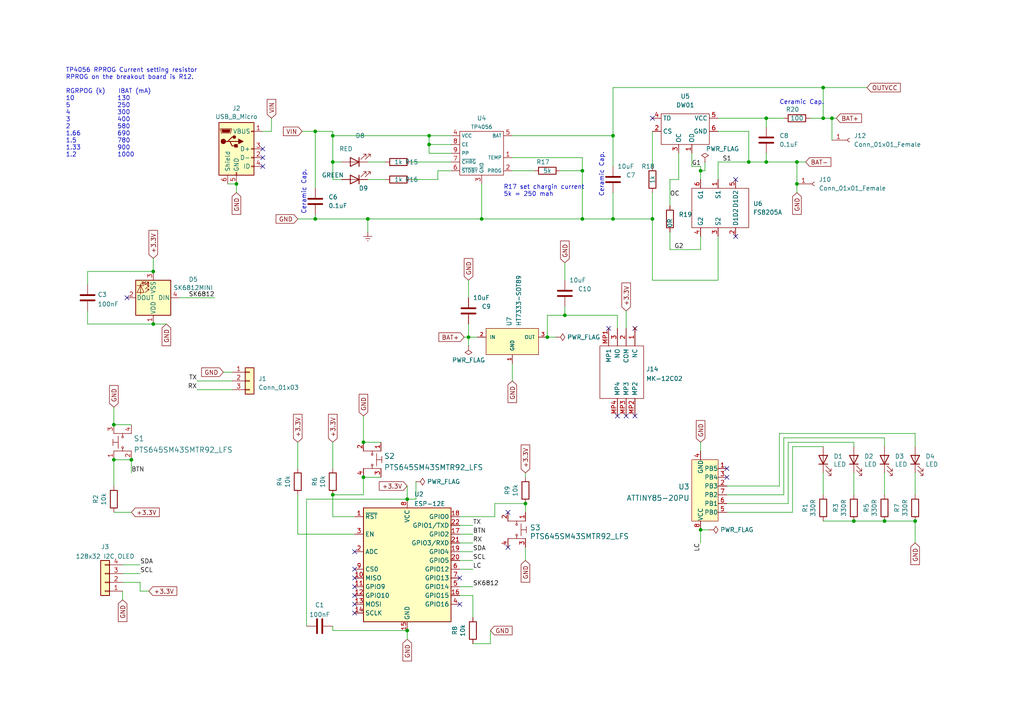
<source format=kicad_sch>
(kicad_sch (version 20230121) (generator eeschema)
  (paper "A4")
  (title_block (title "TopiBadge") (date "2024-07-21") (rev "v3") (comment 1 "Numerous circuitry fixes") (comment 2 "creativecommons.org/licenses/by/4.0") (comment 3 "License: CC BY 4.0") (comment 4 "Author: Robert Postma"))
  (lib_symbols
    (symbol "Connector:Conn_01x01_Female" (pin_names (offset 1.016) hide)
      (property "Reference" "J" (at 0 2.54 0))
      (property "Value" "Conn_01x01_Female" (at 0 -2.54 0))
      (symbol "Conn_01x01_Female_1_1"
        (polyline (pts (xy -1.27 0) (xy -0.508 0)) (stroke (width 0.1524)))
        (arc (start 0 0.508) (mid -0.5058 0) (end 0 -0.508) (stroke (width 0.1524)))
        (pin passive line (at -5.08 0 0) (length 3.81) (name "Pin_1") (number "1"))
      )
    )
    (symbol "Connector_Generic:Conn_01x03" (pin_names (offset 1.016) hide)
      (property "Reference" "J" (at 0 5.08 0))
      (property "Value" "Conn_01x03" (at 0 -5.08 0))
      (symbol "Conn_01x03_1_1"
        (rectangle (start -1.27 -2.413) (end 0 -2.667) (stroke (width 0.1524)))
        (rectangle (start -1.27 0.127) (end 0 -0.127) (stroke (width 0.1524)))
        (rectangle (start -1.27 2.667) (end 0 2.413) (stroke (width 0.1524)))
        (rectangle (start -1.27 3.81) (end 1.27 -3.81) (stroke (width 0.254)) (fill (type background)))
        (pin passive line (at -5.08 2.54 0) (length 3.81) (name "Pin_1") (number "1"))
        (pin passive line (at -5.08 0 0) (length 3.81) (name "Pin_2") (number "2"))
        (pin passive line (at -5.08 -2.54 0) (length 3.81) (name "Pin_3") (number "3"))
      )
    )
    (symbol "Connector_Generic:Conn_01x04" (pin_names (offset 1.016) hide)
      (property "Reference" "J" (at 0 5.08 0))
      (property "Value" "Conn_01x04" (at 0 -7.62 0))
      (symbol "Conn_01x04_1_1"
        (rectangle (start -1.27 -4.953) (end 0 -5.207) (stroke (width 0.1524)))
        (rectangle (start -1.27 -2.413) (end 0 -2.667) (stroke (width 0.1524)))
        (rectangle (start -1.27 0.127) (end 0 -0.127) (stroke (width 0.1524)))
        (rectangle (start -1.27 2.667) (end 0 2.413) (stroke (width 0.1524)))
        (rectangle (start -1.27 3.81) (end 1.27 -6.35) (stroke (width 0.254)) (fill (type background)))
        (pin passive line (at -5.08 2.54 0) (length 3.81) (name "Pin_1") (number "1"))
        (pin passive line (at -5.08 0 0) (length 3.81) (name "Pin_2") (number "2"))
        (pin passive line (at -5.08 -2.54 0) (length 3.81) (name "Pin_3") (number "3"))
        (pin passive line (at -5.08 -5.08 0) (length 3.81) (name "Pin_4") (number "4"))
      )
    )
    (symbol "Device:C" (pin_numbers hide) (pin_names (offset 0.254))
      (property "Reference" "C" (at 0.635 2.54 0))
      (property "Value" "C" (at 0.635 -2.54 0))
      (symbol "C_0_1"
        (polyline (pts (xy -2.032 -0.762) (xy 2.032 -0.762)) (stroke (width 0.508)))
        (polyline (pts (xy -2.032 0.762) (xy 2.032 0.762)) (stroke (width 0.508)))
      )
      (symbol "C_1_1"
        (pin passive line (at 0 3.81 270) (length 2.794) (name "~") (number "1"))
        (pin passive line (at 0 -3.81 90) (length 2.794) (name "~") (number "2"))
      )
    )
    (symbol "Device:LED" (pin_numbers hide) (pin_names (offset 1.016) hide)
      (property "Reference" "D" (at 0 2.54 0))
      (property "Value" "LED" (at 0 -2.54 0))
      (symbol "LED_0_1"
        (polyline (pts (xy -1.27 -1.27) (xy -1.27 1.27)) (stroke (width 0.254)))
        (polyline (pts (xy -1.27 0) (xy 1.27 0)))
        (polyline (pts (xy 1.27 -1.27) (xy 1.27 1.27) (xy -1.27 0) (xy 1.27 -1.27)) (stroke (width 0.254)))
        (polyline (pts (xy -3.048 -0.762) (xy -4.572 -2.286) (xy -3.81 -2.286) (xy -4.572 -2.286) (xy -4.572 -1.524)))
        (polyline (pts (xy -1.778 -0.762) (xy -3.302 -2.286) (xy -2.54 -2.286) (xy -3.302 -2.286) (xy -3.302 -1.524)))
      )
      (symbol "LED_1_1"
        (pin passive line (at -3.81 0 0) (length 2.54) (name "K") (number "1"))
        (pin passive line (at 3.81 0 180) (length 2.54) (name "A") (number "2"))
      )
    )
    (symbol "Device:R" (pin_numbers hide) (pin_names (offset 0))
      (property "Reference" "R" (at 2.032 0 90))
      (property "Value" "R" (at 0 0 90))
      (symbol "R_0_1"
        (rectangle (start -1.016 -2.54) (end 1.016 2.54) (stroke (width 0.254)))
      )
      (symbol "R_1_1"
        (pin passive line (at 0 3.81 270) (length 1.27) (name "~") (number "1"))
        (pin passive line (at 0 -3.81 90) (length 1.27) (name "~") (number "2"))
      )
    )
    (symbol "MK-12C02:MK-12C02" (pin_names (offset 0.762))
      (property "Reference" "J" (at 21.59 7.62 0))
      (property "Value" "MK-12C02" (at 21.59 5.08 0))
      (symbol "MK-12C02_0_0"
        (pin no_connect line (at 0 0 0) (length 5.08) (name "NC") (number "1"))
        (pin passive line (at 0 -2.54 0) (length 5.08) (name "COM") (number "2"))
        (pin passive line (at 0 -5.08 0) (length 5.08) (name "NO") (number "3"))
        (pin passive line (at 0 -7.62 0) (length 5.08) (name "MP1") (number "MP1"))
        (pin passive line (at 25.4 0 180) (length 5.08) (name "MP2") (number "MP2"))
        (pin passive line (at 25.4 -2.54 180) (length 5.08) (name "MP3") (number "MP3"))
        (pin passive line (at 25.4 -5.08 180) (length 5.08) (name "MP4") (number "MP4"))
      )
      (symbol "MK-12C02_0_1"
        (polyline (pts (xy 5.08 2.54) (xy 20.32 2.54) (xy 20.32 -10.16) (xy 5.08 -10.16) (xy 5.08 2.54)) (stroke (width 0.1524)))
      )
    )
    (symbol "PWR_FLAG_1" (power) (pin_numbers hide) (pin_names (offset 0) hide)
      (property "Value" "PWR_FLAG_1" (at 0 3.81 0))
      (symbol "PWR_FLAG_1_0_0"
        (pin power_out line (at 0 0 90) (length 0) (name "pwr") (number "1"))
      )
      (symbol "PWR_FLAG_1_0_1"
        (polyline (pts (xy 0 0) (xy 0 1.27) (xy -1.016 1.905) (xy 0 2.54) (xy 1.016 1.905) (xy 0 1.27)))
      )
    )
    (symbol "RF_Module:ESP-12E"
      (property "Reference" "U" (at -12.7 19.05 0))
      (property "Value" "ESP-12E" (at 12.7 19.05 0))
      (symbol "ESP-12E_0_1"
        (rectangle (start -12.7 17.78) (end 12.7 -15.24) (stroke (width 0.254)) (fill (type background)))
      )
      (symbol "ESP-12E_1_1"
        (pin input line (at -15.24 15.24 0) (length 2.54) (name "~{RST}") (number "1"))
        (pin bidirectional line (at -15.24 -2.54 0) (length 2.54) (name "MISO") (number "10"))
        (pin bidirectional line (at -15.24 -5.08 0) (length 2.54) (name "GPIO9") (number "11"))
        (pin bidirectional line (at -15.24 -7.62 0) (length 2.54) (name "GPIO10") (number "12"))
        (pin bidirectional line (at -15.24 -10.16 0) (length 2.54) (name "MOSI") (number "13"))
        (pin bidirectional line (at -15.24 -12.7 0) (length 2.54) (name "SCLK") (number "14"))
        (pin power_in line (at 0 -17.78 90) (length 2.54) (name "GND") (number "15"))
        (pin bidirectional line (at 15.24 -7.62 180) (length 2.54) (name "GPIO15") (number "16"))
        (pin bidirectional line (at 15.24 10.16 180) (length 2.54) (name "GPIO2") (number "17"))
        (pin bidirectional line (at 15.24 15.24 180) (length 2.54) (name "GPIO0") (number "18"))
        (pin bidirectional line (at 15.24 5.08 180) (length 2.54) (name "GPIO4") (number "19"))
        (pin input line (at -15.24 5.08 0) (length 2.54) (name "ADC") (number "2"))
        (pin bidirectional line (at 15.24 2.54 180) (length 2.54) (name "GPIO5") (number "20"))
        (pin bidirectional line (at 15.24 7.62 180) (length 2.54) (name "GPIO3/RXD") (number "21"))
        (pin bidirectional line (at 15.24 12.7 180) (length 2.54) (name "GPIO1/TXD") (number "22"))
        (pin input line (at -15.24 10.16 0) (length 2.54) (name "EN") (number "3"))
        (pin bidirectional line (at 15.24 -10.16 180) (length 2.54) (name "GPIO16") (number "4"))
        (pin bidirectional line (at 15.24 -5.08 180) (length 2.54) (name "GPIO14") (number "5"))
        (pin bidirectional line (at 15.24 0 180) (length 2.54) (name "GPIO12") (number "6"))
        (pin bidirectional line (at 15.24 -2.54 180) (length 2.54) (name "GPIO13") (number "7"))
        (pin power_in line (at 0 20.32 270) (length 2.54) (name "VCC") (number "8"))
        (pin input line (at -15.24 0 0) (length 2.54) (name "CS0") (number "9"))
      )
    )
    (symbol "dk_Embedded-Microcontrollers:ATTINY85-20PU" (pin_names (offset 0.0254))
      (property "Reference" "U" (at -2.8448 8.636 0))
      (property "Value" "ATTINY85-20PU" (at 3.048 -11.43 0))
      (symbol "ATTINY85-20PU_0_1"
        (rectangle (start -2.54 7.62) (end 5.08 -10.16) (fill (type background)))
      )
      (symbol "ATTINY85-20PU_1_1"
        (pin bidirectional line (at -5.08 -7.62 0) (length 2.54) (name "PB5") (number "1"))
        (pin bidirectional line (at -5.08 -2.54 0) (length 2.54) (name "PB3") (number "2"))
        (pin bidirectional line (at -5.08 -5.08 0) (length 2.54) (name "PB4") (number "3"))
        (pin power_in line (at 2.54 -12.7 90) (length 2.54) (name "GND") (number "4"))
        (pin bidirectional line (at -5.08 5.08 0) (length 2.54) (name "PB0") (number "5"))
        (pin bidirectional line (at -5.08 2.54 0) (length 2.54) (name "PB1") (number "6"))
        (pin bidirectional line (at -5.08 0 0) (length 2.54) (name "PB2") (number "7"))
        (pin power_in line (at 2.54 10.16 270) (length 2.54) (name "VCC") (number "8"))
      )
    )
    (symbol "dk_Tactile-Switches:PTS645SM43SMTR92_LFS" (pin_names (offset 1.016))
      (property "Reference" "S" (at 0 5.08 0))
      (property "Value" "PTS645SM43SMTR92_LFS" (at 0 -5.334 0))
      (symbol "PTS645SM43SMTR92_LFS_0_1"
        (circle (center -1.524 0) (radius 0.254))
        (polyline (pts (xy -2.54 2.54) (xy -2.54 -2.54)))
        (polyline (pts (xy -1.778 0) (xy -2.54 0)))
        (polyline (pts (xy -1.778 1.27) (xy 1.778 1.27)))
        (polyline (pts (xy 2.54 -2.54) (xy 2.54 2.54)))
        (polyline (pts (xy 2.54 0) (xy 1.778 0)))
        (circle (center 1.524 0) (radius 0.254))
      )
      (symbol "PTS645SM43SMTR92_LFS_1_1"
        (polyline (pts (xy -1.016 2.794) (xy 0.889 2.794)))
        (polyline (pts (xy 0 2.794) (xy 0 1.27)))
        (pin passive line (at -5.08 2.54 0) (length 2.54) (name "~") (number "1"))
        (pin passive line (at -5.08 -2.54 0) (length 2.54) (name "~") (number "2"))
        (pin passive line (at 5.08 2.54 180) (length 2.54) (name "~") (number "3"))
        (pin passive line (at 5.08 -2.54 180) (length 2.54) (name "~") (number "4"))
      )
    )
    (symbol "dw01:DW01"
      (property "Reference" "U" (at 1.27 10.16 0))
      (property "Value" "DW01" (at 11.43 10.16 0))
      (symbol "DW01_0_1"
        (rectangle (start 0 8.89) (end 13.97 0))
      )
      (symbol "DW01_1_1"
        (pin input line (at 8.89 -2.54 90) (length 2.54) (name "OD") (number "1"))
        (pin input line (at -2.54 3.81 0) (length 2.54) (name "CS") (number "2"))
        (pin input line (at 5.08 -2.54 90) (length 2.54) (name "OC") (number "3"))
        (pin input line (at -2.54 7.62 0) (length 2.54) (name "TD") (number "4"))
        (pin input line (at 16.51 7.62 180) (length 2.54) (name "VCC") (number "5"))
        (pin input line (at 16.51 3.81 180) (length 2.54) (name "GND") (number "6"))
      )
    )
    (symbol "eec:HT7333-SOT89" (pin_names (offset 1.016))
      (property "Reference" "U" (at 0 5.08 0))
      (property "Value" "HT7333-SOT89" (at 0 7.62 0))
      (symbol "HT7333-SOT89_1_1"
        (rectangle (start 2.54 2.54) (end 17.78 -5.08) (fill (type background)))
        (pin power_in line (at 10.16 -7.62 90) (length 2.54) (name "GND") (number "1"))
        (pin power_in line (at 0 0 0) (length 2.54) (name "IN") (number "2"))
        (pin power_in line (at 20.32 0 180) (length 2.54) (name "OUT") (number "3"))
      )
    )
    (symbol "fs8205:FS8205A"
      (property "Reference" "U" (at 1.27 5.08 0))
      (property "Value" "FS8205A" (at -1.27 8.89 90))
      (symbol "FS8205A_0_1"
        (rectangle (start 0 11.43) (end 16.51 0))
      )
      (symbol "FS8205A_1_1"
        (pin input line (at 7.62 13.97 270) (length 2.54) (name "S1") (number "1"))
        (pin input line (at 12.7 -2.54 90) (length 2.54) (name "D1D2") (number "2"))
        (pin input line (at 7.62 -2.54 90) (length 2.54) (name "S2") (number "3"))
        (pin input line (at 2.54 -2.54 90) (length 2.54) (name "G2") (number "4"))
        (pin input line (at 12.7 13.97 270) (length 2.54) (name "D1D2") (number "5"))
        (pin input line (at 2.54 13.97 270) (length 2.54) (name "G1") (number "6"))
      )
    )
    (symbol "power:Earth" (power) (pin_names (offset 0))
      (symbol "Earth_0_1"
        (polyline (pts (xy -0.635 -1.905) (xy 0.635 -1.905)))
        (polyline (pts (xy -0.127 -2.54) (xy 0.127 -2.54)))
        (polyline (pts (xy 0 -1.27) (xy 0 0)))
        (polyline (pts (xy 1.27 -1.27) (xy -1.27 -1.27)))
      )
      (symbol "Earth_1_1"
        (pin power_in line (at 0 0 270) (length 0) hide (name "Earth") (number "1"))
      )
    )
    (symbol "power:PWR_FLAG" (power) (pin_numbers hide) (pin_names (offset 0) hide)
      (property "Value" "PWR_FLAG" (at 0 3.81 0))
      (symbol "PWR_FLAG_0_0"
        (pin power_out line (at 0 0 90) (length 0) (name "pwr") (number "1"))
      )
      (symbol "PWR_FLAG_0_1"
        (polyline (pts (xy 0 0) (xy 0 1.27) (xy -1.016 1.905) (xy 0 2.54) (xy 1.016 1.905) (xy 0 1.27)))
      )
    )
    (symbol "sk6812mini-e:SK6812MINI-E" (pin_names (offset 0.254))
      (property "Reference" "D" (at 5.08 5.715 0))
      (property "Value" "SK6812MINI" (at 1.27 -5.715 0))
      (symbol "SK6812MINI-E_0_0"
        (text "RGB" (at 2.286 -4.191 0) (effects (font (size 0.762 0.762))))
      )
      (symbol "SK6812MINI-E_0_1"
        (polyline (pts (xy 1.27 -3.556) (xy 1.778 -3.556)))
        (polyline (pts (xy 1.27 -2.54) (xy 1.778 -2.54)))
        (polyline (pts (xy 4.699 -3.556) (xy 2.667 -3.556)))
        (polyline (pts (xy 2.286 -2.54) (xy 1.27 -3.556) (xy 1.27 -3.048)))
        (polyline (pts (xy 2.286 -1.524) (xy 1.27 -2.54) (xy 1.27 -2.032)))
        (polyline (pts (xy 3.683 -1.016) (xy 3.683 -3.556) (xy 3.683 -4.064)))
        (polyline (pts (xy 4.699 -1.524) (xy 2.667 -1.524) (xy 3.683 -3.556) (xy 4.699 -1.524)))
        (rectangle (start 5.08 5.08) (end -5.08 -5.08) (stroke (width 0.254)) (fill (type background)))
      )
      (symbol "SK6812MINI-E_1_1"
        (pin power_in line (at 0 7.62 270) (length 2.54) (name "VDD") (number "1"))
        (pin output line (at 7.62 0 180) (length 2.54) (name "DOUT") (number "2"))
        (pin power_in line (at 0 -7.62 90) (length 2.54) (name "VSS") (number "3"))
        (pin input line (at -7.62 0 0) (length 2.54) (name "DIN") (number "4"))
      )
    )
    (symbol "tp4056:TP4056"
      (property "Reference" "U" (at 1.27 13.97 0))
      (property "Value" "TP4056" (at 8.89 13.97 0))
      (symbol "TP4056_0_1"
        (rectangle (start 0 12.7) (end 12.7 0))
      )
      (symbol "TP4056_1_1"
        (pin input line (at 15.24 5.08 180) (length 2.54) (name "TEMP") (number "1"))
        (pin input line (at 15.24 1.27 180) (length 2.54) (name "PROG") (number "2"))
        (pin input line (at 6.35 -2.54 90) (length 2.54) (name "GND") (number "3"))
        (pin input line (at -2.54 11.43 0) (length 2.54) (name "VCC") (number "4"))
        (pin input line (at 15.24 11.43 180) (length 2.54) (name "BAT") (number "5"))
        (pin input line (at -2.54 1.27 0) (length 2.54) (name "~{STDBY}") (number "6"))
        (pin input line (at -2.54 3.81 0) (length 2.54) (name "~{CHRG}") (number "7"))
        (pin input line (at -2.54 8.89 0) (length 2.54) (name "CE") (number "8"))
        (pin input line (at -2.54 6.35 0) (length 2.54) (name "PP") (number "9"))
      )
    )
    (symbol "usb_b_micro_SH:USB_B_Micro_SH" (pin_names (offset 1.016))
      (property "Reference" "J" (at -5.08 11.43 0))
      (property "Value" "USB_B_Micro" (at -5.08 8.89 0))
      (symbol "USB_B_Micro_SH_0_1"
        (rectangle (start -5.08 -7.62) (end 5.08 7.62) (stroke (width 0.254)) (fill (type background)))
        (circle (center -3.81 2.159) (radius 0.635) (stroke (width 0.254)) (fill (type outline)))
        (circle (center -0.635 3.429) (radius 0.381) (stroke (width 0.254)) (fill (type outline)))
        (rectangle (start -0.127 -7.62) (end 0.127 -6.858))
        (polyline (pts (xy -1.905 2.159) (xy 0.635 2.159)) (stroke (width 0.254)))
        (polyline (pts (xy -3.175 2.159) (xy -2.54 2.159) (xy -1.27 3.429) (xy -0.635 3.429)) (stroke (width 0.254)))
        (polyline (pts (xy -2.54 2.159) (xy -1.905 2.159) (xy -1.27 0.889) (xy 0 0.889)) (stroke (width 0.254)))
        (polyline (pts (xy 0.635 2.794) (xy 0.635 1.524) (xy 1.905 2.159) (xy 0.635 2.794)) (stroke (width 0.254)) (fill (type outline)))
        (polyline (pts (xy -4.318 5.588) (xy -1.778 5.588) (xy -2.032 4.826) (xy -4.064 4.826) (xy -4.318 5.588)) (fill (type outline)))
        (polyline (pts (xy -4.699 5.842) (xy -4.699 5.588) (xy -4.445 4.826) (xy -4.445 4.572) (xy -1.651 4.572) (xy -1.651 4.826) (xy -1.397 5.588) (xy -1.397 5.842) (xy -4.699 5.842)))
        (rectangle (start 0.254 1.27) (end -0.508 0.508) (stroke (width 0.254)) (fill (type outline)))
        (rectangle (start 5.08 -5.207) (end 4.318 -4.953))
        (rectangle (start 5.08 -2.667) (end 4.318 -2.413))
        (rectangle (start 5.08 -0.127) (end 4.318 0.127))
        (rectangle (start 5.08 4.953) (end 4.318 5.207))
      )
      (symbol "USB_B_Micro_SH_1_1"
        (pin power_out line (at 7.62 5.08 180) (length 2.54) (name "VBUS") (number "1"))
        (pin bidirectional line (at 7.62 -2.54 180) (length 2.54) (name "D-") (number "2"))
        (pin bidirectional line (at 7.62 0 180) (length 2.54) (name "D+") (number "3"))
        (pin passive line (at 7.62 -5.08 180) (length 2.54) (name "ID") (number "4"))
        (pin power_out line (at 0 -10.16 90) (length 2.54) (name "GND") (number "5"))
        (pin passive line (at -2.54 -10.16 90) (length 2.54) (name "Shield") (number "6"))
      )
    )
  )
  (junction (at 135.89 97.79))
  (junction (at 265.43 151.13))
  (junction (at 203.2 49.53))
  (junction (at 222.25 46.99))
  (junction (at 238.76 34.29))
  (junction (at 163.83 91.44))
  (junction (at 158.75 97.79))
  (junction (at 124.46 39.37))
  (junction (at 139.7 63.5))
  (junction (at 44.45 93.98))
  (junction (at 106.68 63.5))
  (junction (at 189.23 63.5))
  (junction (at 118.11 182.88))
  (junction (at 238.76 25.4))
  (junction (at 231.14 53.34))
  (junction (at 105.41 138.43))
  (junction (at 68.58 53.34))
  (junction (at 44.45 78.74))
  (junction (at 177.8 39.37))
  (junction (at 124.46 41.91))
  (junction (at 152.4 146.05))
  (junction (at 231.14 46.99))
  (junction (at 203.2 153.67))
  (junction (at 177.8 63.5))
  (junction (at 168.91 63.5))
  (junction (at 256.54 151.13))
  (junction (at 118.11 144.78))
  (junction (at 96.52 143.51))
  (junction (at 38.1 133.35))
  (junction (at 222.25 34.29))
  (junction (at 33.02 133.35))
  (junction (at 217.17 46.99))
  (junction (at 96.52 39.37))
  (junction (at 105.41 128.27))
  (junction (at 247.65 151.13))
  (junction (at 168.91 49.53))
  (junction (at 91.44 63.5))
  (junction (at 241.3 34.29))
  (junction (at 33.02 123.19))
  (junction (at 91.44 38.1))
  (junction (at 96.52 46.99))
  (no_connect (at 181.61 120.65))
  (no_connect (at 184.15 120.65))
  (no_connect (at 213.36 52.07))
  (no_connect (at 184.15 95.25))
  (no_connect (at 36.83 86.36))
  (no_connect (at 76.2 43.18))
  (no_connect (at 179.07 120.65))
  (no_connect (at 213.36 68.58))
  (no_connect (at 210.82 135.89))
  (no_connect (at 189.23 34.29))
  (no_connect (at 147.32 148.59))
  (no_connect (at 133.35 175.26))
  (no_connect (at 102.87 177.8))
  (no_connect (at 133.35 167.64))
  (no_connect (at 102.87 160.02))
  (no_connect (at 102.87 165.1))
  (no_connect (at 102.87 167.64))
  (no_connect (at 102.87 170.18))
  (no_connect (at 102.87 172.72))
  (no_connect (at 102.87 175.26))
  (no_connect (at 176.53 95.25))
  (no_connect (at 210.82 138.43))
  (no_connect (at 76.2 48.26))
  (no_connect (at 147.32 158.75))
  (no_connect (at 76.2 45.72))
  (wire (pts (xy 177.8 25.4) (xy 177.8 39.37)))
  (wire (pts (xy 96.52 39.37) (xy 124.46 39.37)))
  (wire (pts (xy 78.74 38.1) (xy 78.74 34.29)))
  (wire (pts (xy 86.36 128.27) (xy 86.36 135.89)))
  (wire (pts (xy 196.85 44.45) (xy 196.85 52.07)))
  (wire (pts (xy 102.87 154.94) (xy 86.36 154.94)))
  (wire (pts (xy 76.2 38.1) (xy 78.74 38.1)))
  (wire (pts (xy 203.2 128.27) (xy 203.2 130.81)))
  (wire (pts (xy 124.46 41.91) (xy 124.46 44.45)))
  (wire (pts (xy 135.89 97.79) (xy 138.43 97.79)))
  (wire (pts (xy 177.8 63.5) (xy 189.23 63.5)))
  (wire (pts (xy 217.17 38.1) (xy 217.17 46.99)))
  (wire (pts (xy 135.89 97.79) (xy 135.89 100.33)))
  (wire (pts (xy 208.28 34.29) (xy 222.25 34.29)))
  (wire (pts (xy 226.06 140.97) (xy 226.06 125.73)))
  (wire (pts (xy 86.36 63.5) (xy 91.44 63.5)))
  (wire (pts (xy 96.52 182.88) (xy 96.52 181.61)))
  (wire (pts (xy 177.8 55.88) (xy 177.8 63.5)))
  (wire (pts (xy 96.52 38.1) (xy 96.52 39.37)))
  (wire (pts (xy 35.56 163.83) (xy 40.64 163.83)))
  (wire (pts (xy 231.14 53.34) (xy 231.14 55.88)))
  (wire (pts (xy 105.41 138.43) (xy 110.49 138.43)))
  (wire (pts (xy 66.04 53.34) (xy 68.58 53.34)))
  (wire (pts (xy 133.35 149.86) (xy 143.51 149.86)))
  (wire (pts (xy 133.35 165.1) (xy 137.16 165.1)))
  (wire (pts (xy 210.82 146.05) (xy 228.6 146.05)))
  (wire (pts (xy 127 49.53) (xy 127 52.07)))
  (wire (pts (xy 99.06 52.07) (xy 96.52 52.07)))
  (wire (pts (xy 118.11 182.88) (xy 96.52 182.88)))
  (wire (pts (xy 194.31 67.31) (xy 194.31 72.39)))
  (wire (pts (xy 168.91 49.53) (xy 168.91 63.5)))
  (wire (pts (xy 228.6 128.27) (xy 247.65 128.27)))
  (wire (pts (xy 241.3 34.29) (xy 241.3 40.64)))
  (wire (pts (xy 217.17 46.99) (xy 222.25 46.99)))
  (wire (pts (xy 148.59 45.72) (xy 168.91 45.72)))
  (wire (pts (xy 91.44 38.1) (xy 91.44 54.61)))
  (wire (pts (xy 222.25 46.99) (xy 231.14 46.99)))
  (wire (pts (xy 25.4 78.74) (xy 44.45 78.74)))
  (wire (pts (xy 91.44 62.23) (xy 91.44 63.5)))
  (wire (pts (xy 106.68 46.99) (xy 111.76 46.99)))
  (wire (pts (xy 139.7 53.34) (xy 139.7 63.5)))
  (wire (pts (xy 163.83 76.2) (xy 163.83 81.28)))
  (wire (pts (xy 25.4 82.55) (xy 25.4 78.74)))
  (wire (pts (xy 106.68 63.5) (xy 139.7 63.5)))
  (wire (pts (xy 33.02 133.35) (xy 38.1 133.35)))
  (wire (pts (xy 189.23 55.88) (xy 189.23 63.5)))
  (wire (pts (xy 105.41 120.65) (xy 105.41 128.27)))
  (wire (pts (xy 238.76 137.16) (xy 238.76 143.51)))
  (wire (pts (xy 33.02 133.35) (xy 33.02 140.97)))
  (wire (pts (xy 229.87 148.59) (xy 229.87 129.54)))
  (wire (pts (xy 134.62 97.79) (xy 135.89 97.79)))
  (wire (pts (xy 133.35 157.48) (xy 137.16 157.48)))
  (wire (pts (xy 106.68 52.07) (xy 111.76 52.07)))
  (wire (pts (xy 33.02 118.11) (xy 33.02 123.19)))
  (wire (pts (xy 38.1 133.35) (xy 38.1 137.16)))
  (wire (pts (xy 130.81 49.53) (xy 127 49.53)))
  (wire (pts (xy 162.56 49.53) (xy 168.91 49.53)))
  (wire (pts (xy 238.76 25.4) (xy 251.46 25.4)))
  (wire (pts (xy 57.15 113.03) (xy 67.31 113.03)))
  (wire (pts (xy 96.52 143.51) (xy 105.41 143.51)))
  (wire (pts (xy 238.76 25.4) (xy 238.76 34.29)))
  (wire (pts (xy 68.58 53.34) (xy 68.58 55.88)))
  (wire (pts (xy 238.76 34.29) (xy 241.3 34.29)))
  (wire (pts (xy 137.16 172.72) (xy 133.35 172.72)))
  (wire (pts (xy 124.46 39.37) (xy 130.81 39.37)))
  (wire (pts (xy 91.44 38.1) (xy 96.52 38.1)))
  (wire (pts (xy 135.89 81.28) (xy 135.89 86.36)))
  (wire (pts (xy 247.65 137.16) (xy 247.65 143.51)))
  (wire (pts (xy 40.64 171.45) (xy 43.18 171.45)))
  (wire (pts (xy 96.52 143.51) (xy 96.52 149.86)))
  (wire (pts (xy 163.83 91.44) (xy 158.75 91.44)))
  (wire (pts (xy 25.4 90.17) (xy 25.4 93.98)))
  (wire (pts (xy 179.07 95.25) (xy 179.07 91.44)))
  (wire (pts (xy 177.8 39.37) (xy 177.8 48.26)))
  (wire (pts (xy 158.75 97.79) (xy 161.29 97.79)))
  (wire (pts (xy 139.7 63.5) (xy 168.91 63.5)))
  (wire (pts (xy 64.77 107.95) (xy 67.31 107.95)))
  (wire (pts (xy 227.33 143.51) (xy 227.33 127)))
  (wire (pts (xy 105.41 128.27) (xy 110.49 128.27)))
  (wire (pts (xy 203.2 153.67) (xy 203.2 157.48)))
  (wire (pts (xy 133.35 160.02) (xy 137.16 160.02)))
  (wire (pts (xy 142.24 182.88) (xy 142.24 186.69)))
  (wire (pts (xy 96.52 52.07) (xy 96.52 46.99)))
  (wire (pts (xy 256.54 143.51) (xy 256.54 137.16)))
  (wire (pts (xy 208.28 68.58) (xy 208.28 81.28)))
  (wire (pts (xy 203.2 72.39) (xy 203.2 68.58)))
  (wire (pts (xy 87.63 38.1) (xy 91.44 38.1)))
  (wire (pts (xy 96.52 128.27) (xy 96.52 135.89)))
  (wire (pts (xy 200.66 44.45) (xy 200.66 48.26)))
  (wire (pts (xy 33.02 148.59) (xy 38.1 148.59)))
  (wire (pts (xy 96.52 149.86) (xy 102.87 149.86)))
  (wire (pts (xy 105.41 143.51) (xy 105.41 138.43)))
  (wire (pts (xy 96.52 46.99) (xy 96.52 39.37)))
  (wire (pts (xy 265.43 151.13) (xy 265.43 157.48)))
  (wire (pts (xy 119.38 46.99) (xy 130.81 46.99)))
  (wire (pts (xy 163.83 88.9) (xy 163.83 91.44)))
  (wire (pts (xy 189.23 81.28) (xy 208.28 81.28)))
  (wire (pts (xy 204.47 46.99) (xy 204.47 49.53)))
  (wire (pts (xy 25.4 93.98) (xy 44.45 93.98)))
  (wire (pts (xy 127 52.07) (xy 119.38 52.07)))
  (wire (pts (xy 148.59 39.37) (xy 177.8 39.37)))
  (wire (pts (xy 265.43 125.73) (xy 265.43 129.54)))
  (wire (pts (xy 35.56 168.91) (xy 40.64 168.91)))
  (wire (pts (xy 148.59 49.53) (xy 154.94 49.53)))
  (wire (pts (xy 152.4 158.75) (xy 152.4 162.56)))
  (wire (pts (xy 208.28 52.07) (xy 208.28 46.99)))
  (wire (pts (xy 189.23 63.5) (xy 189.23 81.28)))
  (wire (pts (xy 135.89 93.98) (xy 135.89 97.79)))
  (wire (pts (xy 247.65 128.27) (xy 247.65 129.54)))
  (wire (pts (xy 228.6 146.05) (xy 228.6 128.27)))
  (wire (pts (xy 148.59 105.41) (xy 148.59 110.49)))
  (wire (pts (xy 204.47 49.53) (xy 203.2 49.53)))
  (wire (pts (xy 179.07 91.44) (xy 163.83 91.44)))
  (wire (pts (xy 137.16 172.72) (xy 137.16 179.07)))
  (wire (pts (xy 168.91 45.72) (xy 168.91 49.53)))
  (wire (pts (xy 33.02 123.19) (xy 38.1 123.19)))
  (wire (pts (xy 106.68 63.5) (xy 106.68 67.31)))
  (wire (pts (xy 91.44 63.5) (xy 106.68 63.5)))
  (wire (pts (xy 210.82 140.97) (xy 226.06 140.97)))
  (wire (pts (xy 241.3 34.29) (xy 242.57 34.29)))
  (wire (pts (xy 118.11 144.78) (xy 88.9 144.78)))
  (wire (pts (xy 124.46 39.37) (xy 124.46 41.91)))
  (wire (pts (xy 222.25 34.29) (xy 227.33 34.29)))
  (wire (pts (xy 130.81 44.45) (xy 124.46 44.45)))
  (wire (pts (xy 96.52 46.99) (xy 99.06 46.99)))
  (wire (pts (xy 143.51 146.05) (xy 152.4 146.05)))
  (wire (pts (xy 133.35 154.94) (xy 137.16 154.94)))
  (wire (pts (xy 203.2 49.53) (xy 203.2 52.07)))
  (wire (pts (xy 200.66 48.26) (xy 203.2 48.26)))
  (wire (pts (xy 143.51 149.86) (xy 143.51 146.05)))
  (wire (pts (xy 168.91 63.5) (xy 177.8 63.5)))
  (wire (pts (xy 234.95 34.29) (xy 238.76 34.29)))
  (wire (pts (xy 52.07 86.36) (xy 62.23 86.36)))
  (wire (pts (xy 238.76 151.13) (xy 247.65 151.13)))
  (wire (pts (xy 189.23 38.1) (xy 189.23 48.26)))
  (wire (pts (xy 152.4 137.16) (xy 152.4 138.43)))
  (wire (pts (xy 44.45 93.98) (xy 48.26 93.98)))
  (wire (pts (xy 120.65 139.7) (xy 120.65 144.78)))
  (wire (pts (xy 40.64 168.91) (xy 40.64 171.45)))
  (wire (pts (xy 231.14 46.99) (xy 233.68 46.99)))
  (wire (pts (xy 137.16 186.69) (xy 142.24 186.69)))
  (wire (pts (xy 194.31 72.39) (xy 203.2 72.39)))
  (wire (pts (xy 227.33 127) (xy 256.54 127)))
  (wire (pts (xy 208.28 46.99) (xy 217.17 46.99)))
  (wire (pts (xy 222.25 34.29) (xy 222.25 36.83)))
  (wire (pts (xy 124.46 41.91) (xy 130.81 41.91)))
  (wire (pts (xy 35.56 171.45) (xy 35.56 173.99)))
  (wire (pts (xy 44.45 74.93) (xy 44.45 78.74)))
  (wire (pts (xy 120.65 144.78) (xy 118.11 144.78)))
  (wire (pts (xy 265.43 143.51) (xy 265.43 137.16)))
  (wire (pts (xy 86.36 154.94) (xy 86.36 143.51)))
  (wire (pts (xy 210.82 148.59) (xy 229.87 148.59)))
  (wire (pts (xy 181.61 90.17) (xy 181.61 95.25)))
  (wire (pts (xy 118.11 140.97) (xy 118.11 144.78)))
  (wire (pts (xy 222.25 44.45) (xy 222.25 46.99)))
  (wire (pts (xy 256.54 151.13) (xy 265.43 151.13)))
  (wire (pts (xy 231.14 46.99) (xy 231.14 53.34)))
  (wire (pts (xy 196.85 52.07) (xy 194.31 52.07)))
  (wire (pts (xy 133.35 170.18) (xy 137.16 170.18)))
  (wire (pts (xy 133.35 152.4) (xy 137.16 152.4)))
  (wire (pts (xy 118.11 182.88) (xy 118.11 185.42)))
  (wire (pts (xy 177.8 25.4) (xy 238.76 25.4)))
  (wire (pts (xy 152.4 146.05) (xy 152.4 148.59)))
  (wire (pts (xy 133.35 162.56) (xy 137.16 162.56)))
  (wire (pts (xy 247.65 151.13) (xy 256.54 151.13)))
  (wire (pts (xy 210.82 143.51) (xy 227.33 143.51)))
  (wire (pts (xy 203.2 48.26) (xy 203.2 49.53)))
  (wire (pts (xy 158.75 91.44) (xy 158.75 97.79)))
  (wire (pts (xy 256.54 127) (xy 256.54 129.54)))
  (wire (pts (xy 194.31 52.07) (xy 194.31 59.69)))
  (wire (pts (xy 203.2 153.67) (xy 205.74 153.67)))
  (wire (pts (xy 88.9 144.78) (xy 88.9 181.61)))
  (wire (pts (xy 57.15 110.49) (xy 67.31 110.49)))
  (wire (pts (xy 208.28 38.1) (xy 217.17 38.1)))
  (wire (pts (xy 226.06 125.73) (xy 265.43 125.73)))
  (wire (pts (xy 35.56 166.37) (xy 40.64 166.37)))
  (wire (pts (xy 229.87 129.54) (xy 238.76 129.54)))
  (text "Ceramic Cap." (at 175.26 57.15 90) (effects (font (size 1.27 1.27)) (justify left bottom)))
  (text "TP4056 RPROG Current setting resistor\nRPROG on the breakout board is R12.\n\nRGRPOG (k)    IBAT (mA)\n10			130\n5			250\n4			300\n3			400\n2			580\n1.66		690\n1.5			780\n1.33		900\n1.2			1000\n" (at 19.05 45.72 0) (effects (font (size 1.27 1.27)) (justify left bottom)))
  (text "Ceramic Cap." (at 88.9 62.23 90) (effects (font (size 1.27 1.27)) (justify left bottom)))
  (text "R17 set chargin current\n5k = 250 mah" (at 146.05 57.15 0) (effects (font (size 1.27 1.27)) (justify left bottom)))
  (text "Ceramic Cap." (at 226.06 30.48 0) (effects (font (size 1.27 1.27)) (justify left bottom)))
  (label "OC" (at 194.31 57.15 0))
  (label "SDA" (at 40.64 163.83 0))
  (label "RX" (at 137.16 157.48 0))
  (label "BTN" (at 137.16 154.94 0))
  (label "SK6812" (at 62.23 86.36 180))
  (label "BTN" (at 38.1 137.16 0))
  (label "SCL" (at 137.16 162.56 0))
  (label "SCL" (at 40.64 166.37 0))
  (label "LC" (at 137.16 165.1 0))
  (label "S1" (at 209.55 46.99 0))
  (label "TX" (at 57.15 110.49 180))
  (label "SDA" (at 137.16 160.02 0))
  (label "G2" (at 195.58 72.39 0))
  (label "TX" (at 137.16 152.4 0))
  (label "RX" (at 57.15 113.03 180))
  (label "LC" (at 203.2 157.48 270))
  (label "G1" (at 200.66 48.26 0))
  (label "SK6812" (at 137.16 170.18 0))
  (global_label "GND" (shape input) (at 35.56 173.99 270) (property "Intersheetrefs" "${INTERSHEET_REFS}" (effects hide)))
  (global_label "+3.3V" (shape input) (at 38.1 148.59 0) (property "Intersheetrefs" "${INTERSHEET_REFS}" (effects hide)))
  (global_label "OUTVCC" (shape input) (at 251.46 25.4 0) (property "Intersheetrefs" "${INTERSHEET_REFS}" (effects hide)))
  (global_label "GND" (shape input) (at 68.58 55.88 270) (property "Intersheetrefs" "${INTERSHEET_REFS}" (effects hide)))
  (global_label "GND" (shape input) (at 142.24 182.88 0) (property "Intersheetrefs" "${INTERSHEET_REFS}" (effects hide)))
  (global_label "+3.3V" (shape input) (at 43.18 171.45 0) (property "Intersheetrefs" "${INTERSHEET_REFS}" (effects hide)))
  (global_label "GND" (shape input) (at 86.36 63.5 180) (property "Intersheetrefs" "${INTERSHEET_REFS}" (effects hide)))
  (global_label "GND" (shape input) (at 231.14 55.88 270) (property "Intersheetrefs" "${INTERSHEET_REFS}" (effects hide)))
  (global_label "+3.3V" (shape input) (at 86.36 128.27 90) (property "Intersheetrefs" "${INTERSHEET_REFS}" (effects hide)))
  (global_label "GND" (shape input) (at 118.11 185.42 270) (property "Intersheetrefs" "${INTERSHEET_REFS}" (effects hide)))
  (global_label "+3.3V" (shape input) (at 44.45 74.93 90) (property "Intersheetrefs" "${INTERSHEET_REFS}" (effects hide)))
  (global_label "GND" (shape input) (at 33.02 118.11 90) (property "Intersheetrefs" "${INTERSHEET_REFS}" (effects hide)))
  (global_label "GND" (shape input) (at 148.59 110.49 270) (property "Intersheetrefs" "${INTERSHEET_REFS}" (effects hide)))
  (global_label "BAT+" (shape input) (at 134.62 97.79 180) (property "Intersheetrefs" "${INTERSHEET_REFS}" (effects hide)))
  (global_label "GND" (shape input) (at 265.43 157.48 270) (property "Intersheetrefs" "${INTERSHEET_REFS}" (effects hide)))
  (global_label "+3.3V" (shape input) (at 152.4 137.16 90) (property "Intersheetrefs" "${INTERSHEET_REFS}" (effects hide)))
  (global_label "VIN" (shape input) (at 87.63 38.1 180) (property "Intersheetrefs" "${INTERSHEET_REFS}" (effects hide)))
  (global_label "GND" (shape input) (at 135.89 81.28 90) (property "Intersheetrefs" "${INTERSHEET_REFS}" (effects hide)))
  (global_label "+3.3V" (shape input) (at 181.61 90.17 90) (property "Intersheetrefs" "${INTERSHEET_REFS}" (effects hide)))
  (global_label "GND" (shape input) (at 152.4 162.56 270) (property "Intersheetrefs" "${INTERSHEET_REFS}" (effects hide)))
  (global_label "GND" (shape input) (at 203.2 128.27 90) (property "Intersheetrefs" "${INTERSHEET_REFS}" (effects hide)))
  (global_label "+3.3V" (shape input) (at 96.52 128.27 90) (property "Intersheetrefs" "${INTERSHEET_REFS}" (effects hide)))
  (global_label "+3.3V" (shape input) (at 118.11 140.97 180) (property "Intersheetrefs" "${INTERSHEET_REFS}" (effects hide)))
  (global_label "BAT+" (shape input) (at 242.57 34.29 0) (property "Intersheetrefs" "${INTERSHEET_REFS}" (effects hide)))
  (global_label "GND" (shape input) (at 105.41 120.65 90) (property "Intersheetrefs" "${INTERSHEET_REFS}" (effects hide)))
  (global_label "GND" (shape input) (at 163.83 76.2 90) (property "Intersheetrefs" "${INTERSHEET_REFS}" (effects hide)))
  (global_label "VIN" (shape input) (at 78.74 34.29 90) (property "Intersheetrefs" "${INTERSHEET_REFS}" (effects hide)))
  (global_label "GND" (shape input) (at 48.26 93.98 270) (property "Intersheetrefs" "${INTERSHEET_REFS}" (effects hide)))
  (global_label "BAT-" (shape input) (at 233.68 46.99 0) (property "Intersheetrefs" "${INTERSHEET_REFS}" (effects hide)))
  (global_label "GND" (shape input) (at 64.77 107.95 180) (property "Intersheetrefs" "${INTERSHEET_REFS}" (effects hide)))
  (symbol (lib_id "Device:LED") (at 238.76 133.35 90) (unit 1)
    (property "Reference" "D1" (at 241.7572 132.3594 90) (effects (justify right)))
    (property "Value" "LED" (at 241.7572 134.6708 90) (effects (justify right)))
    (property "Footprint" "LED_SMD:LED_0805_2012Metric_Pad1.15x1.40mm_HandSolder" (effects hide))
  )
  (symbol (lib_id "Device:LED") (at 247.65 133.35 90) (unit 1)
    (property "Reference" "D2" (at 250.6472 132.3594 90) (effects (justify right)))
    (property "Value" "LED" (at 250.6472 134.6708 90) (effects (justify right)))
    (property "Footprint" "LED_SMD:LED_0805_2012Metric_Pad1.15x1.40mm_HandSolder" (effects hide))
  )
  (symbol (lib_id "Device:LED") (at 256.54 133.35 90) (unit 1)
    (property "Reference" "D3" (at 259.5372 132.3594 90) (effects (justify right)))
    (property "Value" "LED" (at 259.5372 134.6708 90) (effects (justify right)))
    (property "Footprint" "LED_SMD:LED_0805_2012Metric_Pad1.15x1.40mm_HandSolder" (effects hide))
  )
  (symbol (lib_id "Device:LED") (at 265.43 133.35 90) (unit 1)
    (property "Reference" "D4" (at 268.4272 132.3594 90) (effects (justify right)))
    (property "Value" "LED" (at 268.4272 134.6708 90) (effects (justify right)))
    (property "Footprint" "LED_SMD:LED_0805_2012Metric_Pad1.15x1.40mm_HandSolder" (effects hide))
  )
  (symbol (lib_id "Device:R") (at 238.76 147.32 0) (unit 1)
    (property "Reference" "R1" (at 233.5022 147.32 90))
    (property "Value" "330R" (at 235.8136 147.32 90))
    (property "Footprint" "Resistor_SMD:R_0805_2012Metric_Pad1.20x1.40mm_HandSolder" (effects hide))
  )
  (symbol (lib_id "Device:R") (at 247.65 147.32 0) (unit 1)
    (property "Reference" "R3" (at 242.3922 147.32 90))
    (property "Value" "330R" (at 244.7036 147.32 90))
    (property "Footprint" "Resistor_SMD:R_0805_2012Metric_Pad1.20x1.40mm_HandSolder" (effects hide))
  )
  (symbol (lib_id "Device:R") (at 256.54 147.32 0) (unit 1)
    (property "Reference" "R5" (at 251.2822 147.32 90))
    (property "Value" "330R" (at 253.5936 147.32 90))
    (property "Footprint" "Resistor_SMD:R_0805_2012Metric_Pad1.20x1.40mm_HandSolder" (effects hide))
  )
  (symbol (lib_id "Device:R") (at 265.43 147.32 0) (unit 1)
    (property "Reference" "R7" (at 260.1722 147.32 90))
    (property "Value" "330R" (at 262.4836 147.32 90))
    (property "Footprint" "Resistor_SMD:R_0805_2012Metric_Pad1.20x1.40mm_HandSolder" (effects hide))
  )
  (symbol (lib_id "Connector_Generic:Conn_01x03") (at 72.39 110.49 0) (unit 1)
    (property "Reference" "J1" (at 74.93 109.855 0) (effects (justify left)))
    (property "Value" "Conn_01x03" (at 74.93 112.395 0) (effects (justify left)))
    (property "Footprint" "Connector_PinSocket_2.54mm:PinSocket_1x03_P2.54mm_Horizontal" (effects hide))
  )
  (symbol (lib_id "eec:HT7333-SOT89") (at 138.43 97.79 0) (unit 1)
    (property "Reference" "U7" (at 147.6815 94.615 90) (effects (justify left)))
    (property "Value" "HT7333-SOT89" (at 150.4566 94.615 90) (effects (justify left)))
    (property "Footprint" "user-footprints:Holtek-HT7333-SOT89-Level_A" (effects hide))
    (property "Code  IPC" "SOT89" (effects hide))
    (property "Datasheet Version" "Rev1.4, Jan-2006" (effects hide))
    (property "Package Description" "3-Pin SOT-89 Package 1.5 mm Pitch, 4.1 mm Lead Span" (effects hide))
    (property "Package Version" "May-2010" (effects hide))
    (property "category" "IC" (effects hide))
    (property "ciiva ids" "21175933" (effects hide))
    (property "library id" "1b11600c4ccb58f1" (effects hide))
    (property "manufacturer" "Holtek" (effects hide))
    (property "package" "SOT89" (effects hide))
    (property "release date" "1305246795" (effects hide))
    (property "vault revision" "F8293DF1-D866-4B63-AB46-895FB8D7549D" (effects hide))
    (property "imported" "yes" (effects hide))
  )
  (symbol (lib_id "Device:R") (at 189.23 52.07 180) (unit 1)
    (property "Reference" "R18" (at 187.96 48.26 0))
    (property "Value" "1k" (at 189.23 52.07 90))
    (property "Footprint" "Resistor_SMD:R_0603_1608Metric_Pad0.98x0.95mm_HandSolder" (effects hide))
  )
  (symbol (lib_id "usb_b_micro_SH:USB_B_Micro_SH") (at 68.58 43.18 0) (unit 1)
    (property "Reference" "J2" (at 68.58 31.4157 0))
    (property "Value" "USB_B_Micro" (at 68.58 33.8399 0))
    (property "Footprint" "digikey-footprints:USB_Micro_B_Female_10118194-0001LF" (effects hide))
  )
  (symbol (lib_id "Device:LED") (at 102.87 52.07 180) (unit 1)
    (property "Reference" "D9" (at 105.41 54.61 0))
    (property "Value" "GREEN" (at 96.52 50.8 0))
    (property "Footprint" "LED_SMD:LED_0805_2012Metric_Pad1.15x1.40mm_HandSolder" (effects hide))
  )
  (symbol (lib_id "Device:R") (at 33.02 144.78 0) (unit 1)
    (property "Reference" "R2" (at 27.7622 144.78 90))
    (property "Value" "10k" (at 30.0736 144.78 90))
    (property "Footprint" "Resistor_SMD:R_0805_2012Metric_Pad1.20x1.40mm_HandSolder" (effects hide))
  )
  (symbol (lib_id "tp4056:TP4056") (at 133.35 50.8 0) (unit 1)
    (property "Reference" "U4" (at 139.7 34.29 0))
    (property "Value" "TP4056" (at 139.7 36.83 0) (effects (font (size 1.1 1.1))))
    (property "Footprint" "Package_SO:SOIC-8-1EP_3.9x4.9mm_P1.27mm_EP2.29x3mm" (effects hide))
  )
  (symbol (lib_id "Connector:Conn_01x01_Female") (at 246.38 40.64 0) (unit 1)
    (property "Reference" "J12" (at 247.65 39.3699 0) (effects (justify left)))
    (property "Value" "Conn_01x01_Female" (at 247.65 41.9099 0) (effects (justify left)))
    (property "Footprint" "user-footprints:solderpad" (effects hide))
  )
  (symbol (lib_id "MK-12C02:MK-12C02") (at 184.15 95.25 270) (unit 1)
    (property "Reference" "J14" (at 187.4012 107.0415 90) (effects (justify left)))
    (property "Value" "MK-12C02" (at 187.4012 109.8166 90) (effects (justify left)))
    (property "Footprint" "user-footprints:MK12C02" (effects hide))
    (property "Datasheet" "https://statics3.seeedstudio.com/images/opl/datasheet/311030001.pdf" (effects hide))
    (property "Description" "connector" (effects hide))
    (property "Height" "3.3" (effects hide))
    (property "Manufacturer_Name" "XIEJIA ELECTRONICS" (effects hide))
    (property "Manufacturer_Part_Number" "MK-12C02" (effects hide))
  )
  (symbol (lib_id "dk_Embedded-Microcontrollers:ATTINY85-20PU") (at 205.74 143.51 180) (unit 1)
    (property "Reference" "U3" (at 200.025 141.1753 0) (effects (font (size 1.524 1.524)) (justify left)))
    (property "Value" "ATTINY85-20PU" (at 200.025 144.4543 0) (effects (font (size 1.524 1.524)) (justify left)))
    (property "Footprint" "Package_DIP:SMDIP-8_W7.62mm" (effects hide))
    (property "Datasheet" "http://www.microchip.com/mymicrochip/filehandler.aspx?ddocname=en589894" (effects hide))
    (property "Digi-Key_PN" "ATTINY85-20PU-ND" (effects hide))
    (property "MPN" "ATTINY85-20PU" (effects hide))
    (property "Category" "Integrated Circuits (ICs)" (effects hide))
    (property "Family" "Embedded - Microcontrollers" (effects hide))
    (property "DK_Datasheet_Link" "http://www.microchip.com/mymicrochip/filehandler.aspx?ddocname=en589894" (effects hide))
    (property "DK_Detail_Page" "/product-detail/en/microchip-technology/ATTINY85-20PU/ATTINY85-20PU-ND/735469" (effects hide))
    (property "Description" "IC MCU 8BIT 8KB FLASH 8DIP" (effects hide))
    (property "Manufacturer" "Microchip Technology" (effects hide))
    (property "Status" "Active" (effects hide))
  )
  (symbol (lib_id "Device:R") (at 194.31 63.5 0) (unit 1)
    (property "Reference" "R19" (at 196.85 62.2299 0) (effects (justify left)))
    (property "Value" "0R" (at 194.31 66.04 90) (effects (justify left)))
    (property "Footprint" "Resistor_SMD:R_1206_3216Metric_Pad1.30x1.75mm_HandSolder" (effects hide))
  )
  (symbol (lib_id "Device:C") (at 135.89 90.17 0) (unit 1)
    (property "Reference" "C9" (at 139.7 88.8999 0) (effects (justify left)))
    (property "Value" "10uF" (at 137.16 86.36 0) (effects (justify left)))
    (property "Footprint" "Capacitor_SMD:C_0805_2012Metric_Pad1.18x1.45mm_HandSolder" (effects hide))
  )
  (symbol (lib_name "PWR_FLAG_1") (lib_id "power:PWR_FLAG") (at 205.74 153.67 270) (unit 1)
    (property "Reference" "#FLG03" (effects hide))
    (property "Value" "PWR_FLAG" (at 208.915 153.67 90) (effects (justify left)))
  )
  (symbol (lib_id "Connector_Generic:Conn_01x04") (at 30.48 168.91 180) (unit 1)
    (property "Reference" "J3" (at 30.48 158.5935 0))
    (property "Value" "128x32 I2C OLED" (at 30.48 161.3686 0))
    (property "Footprint" "Connector_PinSocket_2.54mm:PinSocket_1x04_P2.54mm_Vertical" (effects hide))
  )
  (symbol (lib_id "Device:C") (at 222.25 40.64 0) (unit 1)
    (property "Reference" "C8" (at 226.06 39.3699 0) (effects (justify left)))
    (property "Value" "0.1uF" (at 226.06 41.9099 0) (effects (justify left)))
    (property "Footprint" "Capacitor_SMD:C_0805_2012Metric_Pad1.18x1.45mm_HandSolder" (effects hide))
  )
  (symbol (lib_id "Device:R") (at 158.75 49.53 90) (unit 1)
    (property "Reference" "R17" (at 157.48 46.99 90))
    (property "Value" "5k" (at 158.75 49.53 90))
    (property "Footprint" "Resistor_SMD:R_0805_2012Metric_Pad1.20x1.40mm_HandSolder" (effects hide))
  )
  (symbol (lib_id "Device:R") (at 231.14 34.29 270) (unit 1)
    (property "Reference" "R20" (at 229.87 31.75 90))
    (property "Value" "100" (at 231.14 34.29 90))
    (property "Footprint" "Resistor_SMD:R_0805_2012Metric_Pad1.20x1.40mm_HandSolder" (effects hide))
  )
  (symbol (lib_id "power:Earth") (at 106.68 67.31 0) (unit 1)
    (property "Reference" "#PWR04" (effects hide))
    (property "Value" "Earth" (effects hide))
  )
  (symbol (lib_id "sk6812mini-e:SK6812MINI-E") (at 44.45 86.36 180) (unit 1)
    (property "Reference" "D5" (at 56.0577 81.0376 0))
    (property "Value" "SK6812MINI" (at 56.0577 83.4618 0))
    (property "Footprint" "LED_SMD:LED_SK6812MINI_PLCC4_3.5x3.5mm_P1.75mm" (effects hide))
    (property "Datasheet" "https://cdn-shop.adafruit.com/product-files/2686/SK6812MINI_REV.01-1-2.pdf" (effects hide))
  )
  (symbol (lib_id "Device:R") (at 152.4 142.24 0) (unit 1)
    (property "Reference" "R9" (at 147.1422 142.24 90))
    (property "Value" "10k" (at 149.4536 142.24 90))
    (property "Footprint" "Resistor_SMD:R_0805_2012Metric_Pad1.20x1.40mm_HandSolder" (effects hide))
  )
  (symbol (lib_id "Device:R") (at 86.36 139.7 0) (unit 1)
    (property "Reference" "R4" (at 81.1022 139.7 90))
    (property "Value" "10k" (at 83.4136 139.7 90))
    (property "Footprint" "Resistor_SMD:R_0805_2012Metric_Pad1.20x1.40mm_HandSolder" (effects hide))
  )
  (symbol (lib_id "Device:C") (at 163.83 85.09 0) (unit 1)
    (property "Reference" "C10" (at 167.64 83.8199 0) (effects (justify left)))
    (property "Value" "10uF" (at 165.1 81.28 0) (effects (justify left)))
    (property "Footprint" "Capacitor_SMD:C_0805_2012Metric_Pad1.18x1.45mm_HandSolder" (effects hide))
  )
  (symbol (lib_id "dk_Tactile-Switches:PTS645SM43SMTR92_LFS") (at 149.86 153.67 270) (unit 1)
    (property "Reference" "S3" (at 153.67 153.035 90) (effects (font (size 1.524 1.524)) (justify left)))
    (property "Value" "PTS645SM43SMTR92_LFS" (at 153.67 155.575 90) (effects (font (size 1.524 1.524)) (justify left)))
    (property "Footprint" "digikey-footprints:Switch_Tactile_SMD_6x6mm_PTS645" (effects hide))
    (property "Datasheet" "https://www.ckswitches.com/media/1471/pts645.pdf" (effects hide))
    (property "Digi-Key_PN" "CKN9112CT-ND" (effects hide))
    (property "MPN" "PTS645SM43SMTR92 LFS" (effects hide))
    (property "Category" "Switches" (effects hide))
    (property "Family" "Tactile Switches" (effects hide))
    (property "DK_Datasheet_Link" "https://www.ckswitches.com/media/1471/pts645.pdf" (effects hide))
    (property "DK_Detail_Page" "/product-detail/en/c-k/PTS645SM43SMTR92-LFS/CKN9112CT-ND/1146934" (effects hide))
    (property "Description" "SWITCH TACTILE SPST-NO 0.05A 12V" (effects hide))
    (property "Manufacturer" "C&K" (effects hide))
    (property "Status" "Active" (effects hide))
  )
  (symbol (lib_name "PWR_FLAG_1") (lib_id "power:PWR_FLAG") (at 161.29 97.79 270) (unit 1)
    (property "Reference" "#FLG04" (effects hide))
    (property "Value" "PWR_FLAG" (at 164.465 97.79 90) (effects (justify left)))
  )
  (symbol (lib_id "power:PWR_FLAG") (at 204.47 46.99 0) (unit 1)
    (property "Reference" "#FLG01" (effects hide))
    (property "Value" "PWR_FLAG" (at 209.55 43.18 0))
  )
  (symbol (lib_id "dk_Tactile-Switches:PTS645SM43SMTR92_LFS") (at 107.95 133.35 270) (unit 1)
    (property "Reference" "S2" (at 111.379 132.2853 90) (effects (font (size 1.524 1.524)) (justify left)))
    (property "Value" "PTS645SM43SMTR92_LFS" (at 111.379 135.5643 90) (effects (font (size 1.524 1.524)) (justify left)))
    (property "Footprint" "digikey-footprints:Switch_Tactile_SMD_6x6mm_PTS645" (effects hide))
    (property "Datasheet" "https://www.ckswitches.com/media/1471/pts645.pdf" (effects hide))
    (property "Digi-Key_PN" "CKN9112CT-ND" (effects hide))
    (property "MPN" "PTS645SM43SMTR92 LFS" (effects hide))
    (property "Category" "Switches" (effects hide))
    (property "Family" "Tactile Switches" (effects hide))
    (property "DK_Datasheet_Link" "https://www.ckswitches.com/media/1471/pts645.pdf" (effects hide))
    (property "DK_Detail_Page" "/product-detail/en/c-k/PTS645SM43SMTR92-LFS/CKN9112CT-ND/1146934" (effects hide))
    (property "Description" "SWITCH TACTILE SPST-NO 0.05A 12V" (effects hide))
    (property "Manufacturer" "C&K" (effects hide))
    (property "Status" "Active" (effects hide))
  )
  (symbol (lib_name "PWR_FLAG_1") (lib_id "power:PWR_FLAG") (at 135.89 100.33 180) (unit 1)
    (property "Reference" "#FLG02" (effects hide))
    (property "Value" "PWR_FLAG" (at 135.89 104.4631 0))
  )
  (symbol (lib_id "Device:R") (at 137.16 182.88 0) (unit 1)
    (property "Reference" "R8" (at 131.9022 182.88 90))
    (property "Value" "10k" (at 134.2136 182.88 90))
    (property "Footprint" "Resistor_SMD:R_0805_2012Metric_Pad1.20x1.40mm_HandSolder" (effects hide))
  )
  (symbol (lib_id "Device:LED") (at 102.87 46.99 180) (unit 1)
    (property "Reference" "D8" (at 104.4575 39.37 0))
    (property "Value" "RED" (at 100.33 43.18 0))
    (property "Footprint" "LED_SMD:LED_0805_2012Metric_Pad1.15x1.40mm_HandSolder" (effects hide))
  )
  (symbol (lib_id "Connector:Conn_01x01_Female") (at 236.22 53.34 0) (unit 1)
    (property "Reference" "J10" (at 237.49 52.0699 0) (effects (justify left)))
    (property "Value" "Conn_01x01_Female" (at 237.49 54.6099 0) (effects (justify left)))
    (property "Footprint" "user-footprints:solderpad" (effects hide))
  )
  (symbol (lib_id "dw01:DW01") (at 191.77 41.91 0) (unit 1)
    (property "Reference" "U5" (at 198.755 27.94 0))
    (property "Value" "DW01" (at 198.755 30.48 0))
    (property "Footprint" "Package_TO_SOT_SMD:SOT-23-6_Handsoldering" (effects hide))
  )
  (symbol (lib_id "fs8205:FS8205A") (at 200.66 66.04 0) (unit 1)
    (property "Reference" "U6" (at 218.44 59.0549 0) (effects (justify left)))
    (property "Value" "FS8205A" (at 218.44 61.5949 0) (effects (justify left)))
    (property "Footprint" "Package_TO_SOT_SMD:SOT-23-6_Handsoldering" (effects hide))
  )
  (symbol (lib_id "Device:R") (at 115.57 52.07 90) (unit 1)
    (property "Reference" "R16" (at 119.38 52.07 90))
    (property "Value" "1k" (at 115.57 52.07 90))
    (property "Footprint" "Resistor_SMD:R_0603_1608Metric_Pad0.98x0.95mm_HandSolder" (effects hide))
  )
  (symbol (lib_id "Device:C") (at 25.4 86.36 180) (unit 1)
    (property "Reference" "C3" (at 28.321 85.4515 0) (effects (justify right)))
    (property "Value" "100nF" (at 28.321 88.2266 0) (effects (justify right)))
    (property "Footprint" "Capacitor_SMD:C_0805_2012Metric_Pad1.18x1.45mm_HandSolder" (effects hide))
  )
  (symbol (lib_id "Device:C") (at 92.71 181.61 90) (unit 1)
    (property "Reference" "C1" (at 92.71 175.4845 90))
    (property "Value" "100nF" (at 92.71 178.2596 90))
    (property "Footprint" "Capacitor_SMD:C_0805_2012Metric_Pad1.18x1.45mm_HandSolder" (effects hide))
  )
  (symbol (lib_id "Device:R") (at 96.52 139.7 0) (unit 1)
    (property "Reference" "R6" (at 91.2622 139.7 90))
    (property "Value" "10k" (at 93.5736 139.7 90))
    (property "Footprint" "Resistor_SMD:R_0805_2012Metric_Pad1.20x1.40mm_HandSolder" (effects hide))
  )
  (symbol (lib_id "Device:C") (at 91.44 58.42 0) (unit 1)
    (property "Reference" "C6" (at 95.25 57.1499 0) (effects (justify left)))
    (property "Value" "0.1uF" (at 95.25 59.6899 0) (effects (justify left)))
    (property "Footprint" "Capacitor_SMD:C_0805_2012Metric_Pad1.18x1.45mm_HandSolder" (effects hide))
  )
  (symbol (lib_id "Device:R") (at 115.57 46.99 90) (unit 1)
    (property "Reference" "R15" (at 119.38 46.99 90))
    (property "Value" "1k" (at 115.57 46.99 90))
    (property "Footprint" "Resistor_SMD:R_0603_1608Metric_Pad0.98x0.95mm_HandSolder" (effects hide))
  )
  (symbol (lib_name "PWR_FLAG_1") (lib_id "power:PWR_FLAG") (at 120.65 139.7 270) (unit 1)
    (property "Reference" "#FLG05" (effects hide))
    (property "Value" "PWR_FLAG" (at 123.825 139.7 90) (effects (justify left)))
  )
  (symbol (lib_id "RF_Module:ESP-12E") (at 118.11 165.1 0) (unit 1)
    (property "Reference" "U2" (at 120.1294 143.3535 0) (effects (justify left)))
    (property "Value" "ESP-12E" (at 120.1294 146.1286 0) (effects (justify left)))
    (property "Footprint" "RF_Module:ESP-12E" (effects hide))
    (property "Datasheet" "http://wiki.ai-thinker.com/_media/esp8266/esp8266_series_modules_user_manual_v1.1.pdf" (effects hide))
  )
  (symbol (lib_id "Device:C") (at 177.8 52.07 0) (unit 1)
    (property "Reference" "C7" (at 181.61 50.7999 0) (effects (justify left)))
    (property "Value" "10uF" (at 179.07 48.26 0) (effects (justify left)))
    (property "Footprint" "Capacitor_SMD:C_0805_2012Metric_Pad1.18x1.45mm_HandSolder" (effects hide))
  )
  (symbol (lib_id "dk_Tactile-Switches:PTS645SM43SMTR92_LFS") (at 35.56 128.27 90) (unit 1)
    (property "Reference" "S1" (at 38.735 127.2053 90) (effects (font (size 1.524 1.524)) (justify right)))
    (property "Value" "PTS645SM43SMTR92_LFS" (at 38.735 130.4843 90) (effects (font (size 1.524 1.524)) (justify right)))
    (property "Footprint" "digikey-footprints:Switch_Tactile_SMD_6x6mm_PTS645" (effects hide))
    (property "Datasheet" "https://www.ckswitches.com/media/1471/pts645.pdf" (effects hide))
    (property "Digi-Key_PN" "CKN9112CT-ND" (effects hide))
    (property "MPN" "PTS645SM43SMTR92 LFS" (effects hide))
    (property "Category" "Switches" (effects hide))
    (property "Family" "Tactile Switches" (effects hide))
    (property "DK_Datasheet_Link" "https://www.ckswitches.com/media/1471/pts645.pdf" (effects hide))
    (property "DK_Detail_Page" "/product-detail/en/c-k/PTS645SM43SMTR92-LFS/CKN9112CT-ND/1146934" (effects hide))
    (property "Description" "SWITCH TACTILE SPST-NO 0.05A 12V" (effects hide))
    (property "Manufacturer" "C&K" (effects hide))
    (property "Status" "Active" (effects hide))
  )
)
</source>
